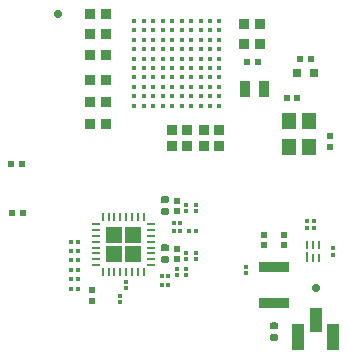
<source format=gbr>
G04 #@! TF.GenerationSoftware,KiCad,Pcbnew,(5.1.0)-1*
G04 #@! TF.CreationDate,2019-08-27T14:04:22-07:00*
G04 #@! TF.ProjectId,SDCard-PCB,53444361-7264-42d5-9043-422e6b696361,rev?*
G04 #@! TF.SameCoordinates,Original*
G04 #@! TF.FileFunction,Paste,Top*
G04 #@! TF.FilePolarity,Positive*
%FSLAX46Y46*%
G04 Gerber Fmt 4.6, Leading zero omitted, Abs format (unit mm)*
G04 Created by KiCad (PCBNEW (5.1.0)-1) date 2019-08-27 14:04:22*
%MOMM*%
%LPD*%
G04 APERTURE LIST*
%ADD10C,0.700000*%
%ADD11R,0.920000X0.890000*%
%ADD12R,0.870000X0.810000*%
%ADD13R,0.340000X0.310000*%
%ADD14R,0.310000X0.340000*%
%ADD15C,0.100000*%
%ADD16C,0.590000*%
%ADD17R,0.260000X0.680000*%
%ADD18R,0.680000X0.260000*%
%ADD19R,1.350000X1.350000*%
%ADD20R,0.630000X0.580000*%
%ADD21R,1.200000X1.400000*%
%ADD22C,0.370000*%
%ADD23R,0.270000X0.740000*%
%ADD24R,0.270000X0.820000*%
%ADD25R,0.490000X0.560000*%
%ADD26R,2.620000X0.870000*%
%ADD27R,1.050000X2.200000*%
%ADD28R,1.000000X2.000000*%
%ADD29R,0.770000X0.710000*%
%ADD30R,0.810000X0.870000*%
%ADD31R,0.930000X1.320000*%
%ADD32R,0.580000X0.630000*%
G04 APERTURE END LIST*
D10*
X131071620Y-78287880D03*
D11*
X122897900Y-66268600D03*
X122897900Y-64938600D03*
D12*
X121597420Y-66267880D03*
X121597420Y-64907880D03*
D13*
X114515900Y-78952000D03*
X114515900Y-79502000D03*
D14*
X120345200Y-73444100D03*
X120895200Y-73444100D03*
D15*
G36*
X118474258Y-70545610D02*
G01*
X118488576Y-70547734D01*
X118502617Y-70551251D01*
X118516246Y-70556128D01*
X118529331Y-70562317D01*
X118541747Y-70569758D01*
X118553373Y-70578381D01*
X118564098Y-70588102D01*
X118573819Y-70598827D01*
X118582442Y-70610453D01*
X118589883Y-70622869D01*
X118596072Y-70635954D01*
X118600949Y-70649583D01*
X118604466Y-70663624D01*
X118606590Y-70677942D01*
X118607300Y-70692400D01*
X118607300Y-70987400D01*
X118606590Y-71001858D01*
X118604466Y-71016176D01*
X118600949Y-71030217D01*
X118596072Y-71043846D01*
X118589883Y-71056931D01*
X118582442Y-71069347D01*
X118573819Y-71080973D01*
X118564098Y-71091698D01*
X118553373Y-71101419D01*
X118541747Y-71110042D01*
X118529331Y-71117483D01*
X118516246Y-71123672D01*
X118502617Y-71128549D01*
X118488576Y-71132066D01*
X118474258Y-71134190D01*
X118459800Y-71134900D01*
X118114800Y-71134900D01*
X118100342Y-71134190D01*
X118086024Y-71132066D01*
X118071983Y-71128549D01*
X118058354Y-71123672D01*
X118045269Y-71117483D01*
X118032853Y-71110042D01*
X118021227Y-71101419D01*
X118010502Y-71091698D01*
X118000781Y-71080973D01*
X117992158Y-71069347D01*
X117984717Y-71056931D01*
X117978528Y-71043846D01*
X117973651Y-71030217D01*
X117970134Y-71016176D01*
X117968010Y-71001858D01*
X117967300Y-70987400D01*
X117967300Y-70692400D01*
X117968010Y-70677942D01*
X117970134Y-70663624D01*
X117973651Y-70649583D01*
X117978528Y-70635954D01*
X117984717Y-70622869D01*
X117992158Y-70610453D01*
X118000781Y-70598827D01*
X118010502Y-70588102D01*
X118021227Y-70578381D01*
X118032853Y-70569758D01*
X118045269Y-70562317D01*
X118058354Y-70556128D01*
X118071983Y-70551251D01*
X118086024Y-70547734D01*
X118100342Y-70545610D01*
X118114800Y-70544900D01*
X118459800Y-70544900D01*
X118474258Y-70545610D01*
X118474258Y-70545610D01*
G37*
D16*
X118287300Y-70839900D03*
D15*
G36*
X118474258Y-71515610D02*
G01*
X118488576Y-71517734D01*
X118502617Y-71521251D01*
X118516246Y-71526128D01*
X118529331Y-71532317D01*
X118541747Y-71539758D01*
X118553373Y-71548381D01*
X118564098Y-71558102D01*
X118573819Y-71568827D01*
X118582442Y-71580453D01*
X118589883Y-71592869D01*
X118596072Y-71605954D01*
X118600949Y-71619583D01*
X118604466Y-71633624D01*
X118606590Y-71647942D01*
X118607300Y-71662400D01*
X118607300Y-71957400D01*
X118606590Y-71971858D01*
X118604466Y-71986176D01*
X118600949Y-72000217D01*
X118596072Y-72013846D01*
X118589883Y-72026931D01*
X118582442Y-72039347D01*
X118573819Y-72050973D01*
X118564098Y-72061698D01*
X118553373Y-72071419D01*
X118541747Y-72080042D01*
X118529331Y-72087483D01*
X118516246Y-72093672D01*
X118502617Y-72098549D01*
X118488576Y-72102066D01*
X118474258Y-72104190D01*
X118459800Y-72104900D01*
X118114800Y-72104900D01*
X118100342Y-72104190D01*
X118086024Y-72102066D01*
X118071983Y-72098549D01*
X118058354Y-72093672D01*
X118045269Y-72087483D01*
X118032853Y-72080042D01*
X118021227Y-72071419D01*
X118010502Y-72061698D01*
X118000781Y-72050973D01*
X117992158Y-72039347D01*
X117984717Y-72026931D01*
X117978528Y-72013846D01*
X117973651Y-72000217D01*
X117970134Y-71986176D01*
X117968010Y-71971858D01*
X117967300Y-71957400D01*
X117967300Y-71662400D01*
X117968010Y-71647942D01*
X117970134Y-71633624D01*
X117973651Y-71619583D01*
X117978528Y-71605954D01*
X117984717Y-71592869D01*
X117992158Y-71580453D01*
X118000781Y-71568827D01*
X118010502Y-71558102D01*
X118021227Y-71548381D01*
X118032853Y-71539758D01*
X118045269Y-71532317D01*
X118058354Y-71526128D01*
X118071983Y-71521251D01*
X118086024Y-71517734D01*
X118100342Y-71515610D01*
X118114800Y-71514900D01*
X118459800Y-71514900D01*
X118474258Y-71515610D01*
X118474258Y-71515610D01*
G37*
D16*
X118287300Y-71809900D03*
D13*
X115023900Y-77779200D03*
X115023900Y-78329200D03*
X119291100Y-76674300D03*
X119291100Y-77224300D03*
D14*
X118024600Y-77325600D03*
X118574600Y-77325600D03*
X110346400Y-77558900D03*
X110896400Y-77558900D03*
D17*
X113020000Y-76965000D03*
X113520000Y-76965000D03*
X114020000Y-76965000D03*
X114520000Y-76965000D03*
X115020000Y-76965000D03*
X115520000Y-76965000D03*
X116020000Y-76965000D03*
X116520000Y-76965000D03*
D18*
X117105000Y-76380000D03*
X117105000Y-75880000D03*
X117105000Y-75380000D03*
X117105000Y-74880000D03*
X117105000Y-74380000D03*
X117105000Y-73880000D03*
X117105000Y-73380000D03*
X117105000Y-72880000D03*
D17*
X116520000Y-72295000D03*
X116020000Y-72295000D03*
X115520000Y-72295000D03*
X115020000Y-72295000D03*
X114520000Y-72295000D03*
X114020000Y-72295000D03*
X113520000Y-72295000D03*
X113020000Y-72295000D03*
D18*
X112435000Y-72880000D03*
X112435000Y-73380000D03*
X112435000Y-73880000D03*
X112435000Y-74380000D03*
X112435000Y-74880000D03*
X112435000Y-75380000D03*
X112435000Y-75880000D03*
X112435000Y-76380000D03*
D19*
X115545000Y-75405000D03*
X115545000Y-73855000D03*
X113995000Y-75405000D03*
X113995000Y-73855000D03*
D14*
X118579600Y-78015600D03*
X118029600Y-78015600D03*
D15*
G36*
X118476958Y-74615710D02*
G01*
X118491276Y-74617834D01*
X118505317Y-74621351D01*
X118518946Y-74626228D01*
X118532031Y-74632417D01*
X118544447Y-74639858D01*
X118556073Y-74648481D01*
X118566798Y-74658202D01*
X118576519Y-74668927D01*
X118585142Y-74680553D01*
X118592583Y-74692969D01*
X118598772Y-74706054D01*
X118603649Y-74719683D01*
X118607166Y-74733724D01*
X118609290Y-74748042D01*
X118610000Y-74762500D01*
X118610000Y-75057500D01*
X118609290Y-75071958D01*
X118607166Y-75086276D01*
X118603649Y-75100317D01*
X118598772Y-75113946D01*
X118592583Y-75127031D01*
X118585142Y-75139447D01*
X118576519Y-75151073D01*
X118566798Y-75161798D01*
X118556073Y-75171519D01*
X118544447Y-75180142D01*
X118532031Y-75187583D01*
X118518946Y-75193772D01*
X118505317Y-75198649D01*
X118491276Y-75202166D01*
X118476958Y-75204290D01*
X118462500Y-75205000D01*
X118117500Y-75205000D01*
X118103042Y-75204290D01*
X118088724Y-75202166D01*
X118074683Y-75198649D01*
X118061054Y-75193772D01*
X118047969Y-75187583D01*
X118035553Y-75180142D01*
X118023927Y-75171519D01*
X118013202Y-75161798D01*
X118003481Y-75151073D01*
X117994858Y-75139447D01*
X117987417Y-75127031D01*
X117981228Y-75113946D01*
X117976351Y-75100317D01*
X117972834Y-75086276D01*
X117970710Y-75071958D01*
X117970000Y-75057500D01*
X117970000Y-74762500D01*
X117970710Y-74748042D01*
X117972834Y-74733724D01*
X117976351Y-74719683D01*
X117981228Y-74706054D01*
X117987417Y-74692969D01*
X117994858Y-74680553D01*
X118003481Y-74668927D01*
X118013202Y-74658202D01*
X118023927Y-74648481D01*
X118035553Y-74639858D01*
X118047969Y-74632417D01*
X118061054Y-74626228D01*
X118074683Y-74621351D01*
X118088724Y-74617834D01*
X118103042Y-74615710D01*
X118117500Y-74615000D01*
X118462500Y-74615000D01*
X118476958Y-74615710D01*
X118476958Y-74615710D01*
G37*
D16*
X118290000Y-74910000D03*
D15*
G36*
X118476958Y-75585710D02*
G01*
X118491276Y-75587834D01*
X118505317Y-75591351D01*
X118518946Y-75596228D01*
X118532031Y-75602417D01*
X118544447Y-75609858D01*
X118556073Y-75618481D01*
X118566798Y-75628202D01*
X118576519Y-75638927D01*
X118585142Y-75650553D01*
X118592583Y-75662969D01*
X118598772Y-75676054D01*
X118603649Y-75689683D01*
X118607166Y-75703724D01*
X118609290Y-75718042D01*
X118610000Y-75732500D01*
X118610000Y-76027500D01*
X118609290Y-76041958D01*
X118607166Y-76056276D01*
X118603649Y-76070317D01*
X118598772Y-76083946D01*
X118592583Y-76097031D01*
X118585142Y-76109447D01*
X118576519Y-76121073D01*
X118566798Y-76131798D01*
X118556073Y-76141519D01*
X118544447Y-76150142D01*
X118532031Y-76157583D01*
X118518946Y-76163772D01*
X118505317Y-76168649D01*
X118491276Y-76172166D01*
X118476958Y-76174290D01*
X118462500Y-76175000D01*
X118117500Y-76175000D01*
X118103042Y-76174290D01*
X118088724Y-76172166D01*
X118074683Y-76168649D01*
X118061054Y-76163772D01*
X118047969Y-76157583D01*
X118035553Y-76150142D01*
X118023927Y-76141519D01*
X118013202Y-76131798D01*
X118003481Y-76121073D01*
X117994858Y-76109447D01*
X117987417Y-76097031D01*
X117981228Y-76083946D01*
X117976351Y-76070317D01*
X117972834Y-76056276D01*
X117970710Y-76041958D01*
X117970000Y-76027500D01*
X117970000Y-75732500D01*
X117970710Y-75718042D01*
X117972834Y-75703724D01*
X117976351Y-75689683D01*
X117981228Y-75676054D01*
X117987417Y-75662969D01*
X117994858Y-75650553D01*
X118003481Y-75638927D01*
X118013202Y-75628202D01*
X118023927Y-75618481D01*
X118035553Y-75609858D01*
X118047969Y-75602417D01*
X118061054Y-75596228D01*
X118074683Y-75591351D01*
X118088724Y-75587834D01*
X118103042Y-75585710D01*
X118117500Y-75585000D01*
X118462500Y-75585000D01*
X118476958Y-75585710D01*
X118476958Y-75585710D01*
G37*
D16*
X118290000Y-75880000D03*
D14*
X110342000Y-74409300D03*
X110892000Y-74409300D03*
D13*
X120107300Y-71254900D03*
X120107300Y-71804900D03*
D14*
X110342000Y-75184000D03*
X110892000Y-75184000D03*
X110354700Y-78359000D03*
X110904700Y-78359000D03*
D13*
X120904000Y-75319800D03*
X120904000Y-75869800D03*
D14*
X110342000Y-76758800D03*
X110892000Y-76758800D03*
X110342000Y-75971400D03*
X110892000Y-75971400D03*
D13*
X120917300Y-71254900D03*
X120917300Y-71804900D03*
X120103900Y-75315400D03*
X120103900Y-75865400D03*
D20*
X119287300Y-70919900D03*
X119287300Y-71809900D03*
X119310000Y-74985000D03*
X119310000Y-75875000D03*
X112077500Y-79375500D03*
X112077500Y-78485500D03*
D13*
X120103900Y-77219900D03*
X120103900Y-76669900D03*
D14*
X119016100Y-73444100D03*
X119566100Y-73444100D03*
X119016100Y-72809100D03*
X119566100Y-72809100D03*
D21*
X130481440Y-64167840D03*
X130481440Y-66367840D03*
X128781440Y-66367840D03*
X128781440Y-64167840D03*
D22*
X115703800Y-55683600D03*
X116503800Y-55683600D03*
X117303800Y-55683600D03*
X118103800Y-55683600D03*
X118903800Y-55683600D03*
X119703800Y-55683600D03*
X120503800Y-55683600D03*
X121303800Y-55683600D03*
X122103800Y-55683600D03*
X122903800Y-55683600D03*
X115703800Y-56483600D03*
X116503800Y-56483600D03*
X117303800Y-56483600D03*
X118103800Y-56483600D03*
X118903800Y-56483600D03*
X119703800Y-56483600D03*
X120503800Y-56483600D03*
X121303800Y-56483600D03*
X122103800Y-56483600D03*
X122903800Y-56483600D03*
X115703800Y-57283600D03*
X116503800Y-57283600D03*
X117303800Y-57283600D03*
X118103800Y-57283600D03*
X118903800Y-57283600D03*
X119703800Y-57283600D03*
X120503800Y-57283600D03*
X121303800Y-57283600D03*
X122103800Y-57283600D03*
X122903800Y-57283600D03*
X115703800Y-58083600D03*
X116503800Y-58083600D03*
X117303800Y-58083600D03*
X118103800Y-58083600D03*
X118903800Y-58083600D03*
X119703800Y-58083600D03*
X120503800Y-58083600D03*
X121303800Y-58083600D03*
X122103800Y-58083600D03*
X122903800Y-58083600D03*
X115703800Y-58883600D03*
X116503800Y-58883600D03*
X117303800Y-58883600D03*
X118103800Y-58883600D03*
X118903800Y-58883600D03*
X119703800Y-58883600D03*
X120503800Y-58883600D03*
X121303800Y-58883600D03*
X122103800Y-58883600D03*
X122903800Y-58883600D03*
X115703800Y-59683600D03*
X116503800Y-59683600D03*
X117303800Y-59683600D03*
X118103800Y-59683600D03*
X118903800Y-59683600D03*
X119703800Y-59683600D03*
X120503800Y-59683600D03*
X121303800Y-59683600D03*
X122103800Y-59683600D03*
X122903800Y-59683600D03*
X115703800Y-60483600D03*
X116503800Y-60483600D03*
X117303800Y-60483600D03*
X118103800Y-60483600D03*
X118903800Y-60483600D03*
X119703800Y-60483600D03*
X120503800Y-60483600D03*
X121303800Y-60483600D03*
X122103800Y-60483600D03*
X122903800Y-60483600D03*
X115703800Y-61283600D03*
X116503800Y-61283600D03*
X117303800Y-61283600D03*
X118103800Y-61283600D03*
X118903800Y-61283600D03*
X119703800Y-61283600D03*
X120503800Y-61283600D03*
X121303800Y-61283600D03*
X122103800Y-61283600D03*
X122903800Y-61283600D03*
X115703800Y-62083600D03*
X116503800Y-62083600D03*
X117303800Y-62083600D03*
X118103800Y-62083600D03*
X118903800Y-62083600D03*
X119703800Y-62083600D03*
X120503800Y-62083600D03*
X121303800Y-62083600D03*
X122103800Y-62083600D03*
X122903800Y-62083600D03*
X115703800Y-62883600D03*
X116503800Y-62883600D03*
X117303800Y-62883600D03*
X118103800Y-62883600D03*
X118903800Y-62883600D03*
X119703800Y-62883600D03*
X120503800Y-62883600D03*
X121303800Y-62883600D03*
X122103800Y-62883600D03*
X122903800Y-62883600D03*
D23*
X130317200Y-74692460D03*
X130817200Y-74692460D03*
X131317200Y-74692460D03*
X131317200Y-75752460D03*
X130817200Y-75752460D03*
D24*
X130317200Y-75712460D03*
D25*
X105338200Y-71988680D03*
X106248200Y-71988680D03*
X105272500Y-67830700D03*
X106182500Y-67830700D03*
X129732700Y-58930540D03*
X130642700Y-58930540D03*
D13*
X125120400Y-77070040D03*
X125120400Y-76520040D03*
D11*
X118846600Y-64938600D03*
X118846600Y-66268600D03*
D26*
X127533400Y-76521580D03*
X127533400Y-79571580D03*
D15*
G36*
X127707658Y-81224610D02*
G01*
X127721976Y-81226734D01*
X127736017Y-81230251D01*
X127749646Y-81235128D01*
X127762731Y-81241317D01*
X127775147Y-81248758D01*
X127786773Y-81257381D01*
X127797498Y-81267102D01*
X127807219Y-81277827D01*
X127815842Y-81289453D01*
X127823283Y-81301869D01*
X127829472Y-81314954D01*
X127834349Y-81328583D01*
X127837866Y-81342624D01*
X127839990Y-81356942D01*
X127840700Y-81371400D01*
X127840700Y-81666400D01*
X127839990Y-81680858D01*
X127837866Y-81695176D01*
X127834349Y-81709217D01*
X127829472Y-81722846D01*
X127823283Y-81735931D01*
X127815842Y-81748347D01*
X127807219Y-81759973D01*
X127797498Y-81770698D01*
X127786773Y-81780419D01*
X127775147Y-81789042D01*
X127762731Y-81796483D01*
X127749646Y-81802672D01*
X127736017Y-81807549D01*
X127721976Y-81811066D01*
X127707658Y-81813190D01*
X127693200Y-81813900D01*
X127348200Y-81813900D01*
X127333742Y-81813190D01*
X127319424Y-81811066D01*
X127305383Y-81807549D01*
X127291754Y-81802672D01*
X127278669Y-81796483D01*
X127266253Y-81789042D01*
X127254627Y-81780419D01*
X127243902Y-81770698D01*
X127234181Y-81759973D01*
X127225558Y-81748347D01*
X127218117Y-81735931D01*
X127211928Y-81722846D01*
X127207051Y-81709217D01*
X127203534Y-81695176D01*
X127201410Y-81680858D01*
X127200700Y-81666400D01*
X127200700Y-81371400D01*
X127201410Y-81356942D01*
X127203534Y-81342624D01*
X127207051Y-81328583D01*
X127211928Y-81314954D01*
X127218117Y-81301869D01*
X127225558Y-81289453D01*
X127234181Y-81277827D01*
X127243902Y-81267102D01*
X127254627Y-81257381D01*
X127266253Y-81248758D01*
X127278669Y-81241317D01*
X127291754Y-81235128D01*
X127305383Y-81230251D01*
X127319424Y-81226734D01*
X127333742Y-81224610D01*
X127348200Y-81223900D01*
X127693200Y-81223900D01*
X127707658Y-81224610D01*
X127707658Y-81224610D01*
G37*
D16*
X127520700Y-81518900D03*
D15*
G36*
X127707658Y-82194610D02*
G01*
X127721976Y-82196734D01*
X127736017Y-82200251D01*
X127749646Y-82205128D01*
X127762731Y-82211317D01*
X127775147Y-82218758D01*
X127786773Y-82227381D01*
X127797498Y-82237102D01*
X127807219Y-82247827D01*
X127815842Y-82259453D01*
X127823283Y-82271869D01*
X127829472Y-82284954D01*
X127834349Y-82298583D01*
X127837866Y-82312624D01*
X127839990Y-82326942D01*
X127840700Y-82341400D01*
X127840700Y-82636400D01*
X127839990Y-82650858D01*
X127837866Y-82665176D01*
X127834349Y-82679217D01*
X127829472Y-82692846D01*
X127823283Y-82705931D01*
X127815842Y-82718347D01*
X127807219Y-82729973D01*
X127797498Y-82740698D01*
X127786773Y-82750419D01*
X127775147Y-82759042D01*
X127762731Y-82766483D01*
X127749646Y-82772672D01*
X127736017Y-82777549D01*
X127721976Y-82781066D01*
X127707658Y-82783190D01*
X127693200Y-82783900D01*
X127348200Y-82783900D01*
X127333742Y-82783190D01*
X127319424Y-82781066D01*
X127305383Y-82777549D01*
X127291754Y-82772672D01*
X127278669Y-82766483D01*
X127266253Y-82759042D01*
X127254627Y-82750419D01*
X127243902Y-82740698D01*
X127234181Y-82729973D01*
X127225558Y-82718347D01*
X127218117Y-82705931D01*
X127211928Y-82692846D01*
X127207051Y-82679217D01*
X127203534Y-82665176D01*
X127201410Y-82650858D01*
X127200700Y-82636400D01*
X127200700Y-82341400D01*
X127201410Y-82326942D01*
X127203534Y-82312624D01*
X127207051Y-82298583D01*
X127211928Y-82284954D01*
X127218117Y-82271869D01*
X127225558Y-82259453D01*
X127234181Y-82247827D01*
X127243902Y-82237102D01*
X127254627Y-82227381D01*
X127266253Y-82218758D01*
X127278669Y-82211317D01*
X127291754Y-82205128D01*
X127305383Y-82200251D01*
X127319424Y-82196734D01*
X127333742Y-82194610D01*
X127348200Y-82193900D01*
X127693200Y-82193900D01*
X127707658Y-82194610D01*
X127707658Y-82194610D01*
G37*
D16*
X127520700Y-82488900D03*
D10*
X109194600Y-55118000D03*
D27*
X129591600Y-82493600D03*
X132541600Y-82493600D03*
D28*
X131066600Y-80993600D03*
D29*
X130935460Y-60142880D03*
X129475460Y-60142880D03*
D30*
X111971540Y-64427100D03*
X113331540Y-64427100D03*
X111967180Y-58582560D03*
X113327180Y-58582560D03*
D31*
X126682080Y-61495940D03*
X125042080Y-61495940D03*
D30*
X111972260Y-56822340D03*
X113332260Y-56822340D03*
X111981700Y-55102760D03*
X113341700Y-55102760D03*
D12*
X120142000Y-66268600D03*
X120142000Y-64908600D03*
D30*
X126366820Y-55971440D03*
X125006820Y-55971440D03*
X111974080Y-60683140D03*
X113334080Y-60683140D03*
X126366820Y-57670700D03*
X125006820Y-57670700D03*
X111971540Y-62567820D03*
X113331540Y-62567820D03*
D32*
X126131820Y-59151520D03*
X125241820Y-59151520D03*
X129484620Y-62227460D03*
X128594620Y-62227460D03*
D20*
X132290820Y-65464960D03*
X132290820Y-66354960D03*
D13*
X130276600Y-72661100D03*
X130276600Y-73211100D03*
X130937000Y-72665500D03*
X130937000Y-73215500D03*
X132539740Y-74957260D03*
X132539740Y-75507260D03*
D20*
X126646940Y-73788540D03*
X126646940Y-74678540D03*
X128391920Y-73786000D03*
X128391920Y-74676000D03*
M02*

</source>
